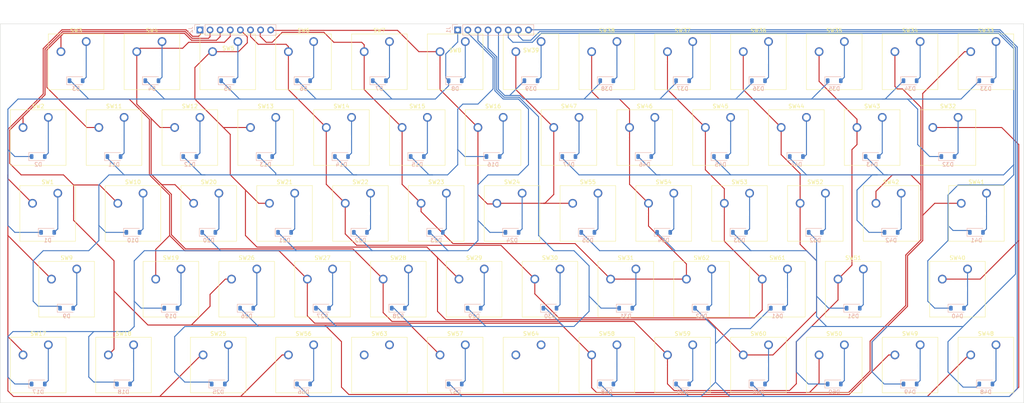
<source format=kicad_pcb>
(kicad_pcb (version 20221018) (generator pcbnew)

  (general
    (thickness 1.6)
  )

  (paper "A3")
  (layers
    (0 "F.Cu" signal)
    (31 "B.Cu" signal)
    (32 "B.Adhes" user "B.Adhesive")
    (33 "F.Adhes" user "F.Adhesive")
    (34 "B.Paste" user)
    (35 "F.Paste" user)
    (36 "B.SilkS" user "B.Silkscreen")
    (37 "F.SilkS" user "F.Silkscreen")
    (38 "B.Mask" user)
    (39 "F.Mask" user)
    (40 "Dwgs.User" user "User.Drawings")
    (41 "Cmts.User" user "User.Comments")
    (42 "Eco1.User" user "User.Eco1")
    (43 "Eco2.User" user "User.Eco2")
    (44 "Edge.Cuts" user)
    (45 "Margin" user)
    (46 "B.CrtYd" user "B.Courtyard")
    (47 "F.CrtYd" user "F.Courtyard")
    (48 "B.Fab" user)
    (49 "F.Fab" user)
    (50 "User.1" user)
    (51 "User.2" user)
    (52 "User.3" user)
    (53 "User.4" user)
    (54 "User.5" user)
    (55 "User.6" user)
    (56 "User.7" user)
    (57 "User.8" user)
    (58 "User.9" user)
  )

  (setup
    (pad_to_mask_clearance 0)
    (pcbplotparams
      (layerselection 0x00010fc_ffffffff)
      (plot_on_all_layers_selection 0x0000000_00000000)
      (disableapertmacros false)
      (usegerberextensions false)
      (usegerberattributes true)
      (usegerberadvancedattributes true)
      (creategerberjobfile true)
      (dashed_line_dash_ratio 12.000000)
      (dashed_line_gap_ratio 3.000000)
      (svgprecision 4)
      (plotframeref false)
      (viasonmask false)
      (mode 1)
      (useauxorigin false)
      (hpglpennumber 1)
      (hpglpenspeed 20)
      (hpglpendiameter 15.000000)
      (dxfpolygonmode true)
      (dxfimperialunits true)
      (dxfusepcbnewfont true)
      (psnegative false)
      (psa4output false)
      (plotreference true)
      (plotvalue true)
      (plotinvisibletext false)
      (sketchpadsonfab false)
      (subtractmaskfromsilk false)
      (outputformat 1)
      (mirror false)
      (drillshape 1)
      (scaleselection 1)
      (outputdirectory "")
    )
  )

  (net 0 "")
  (net 1 "Net-(D1-K)")
  (net 2 "Net-(D1-A)")
  (net 3 "Net-(D10-A)")
  (net 4 "Net-(D10-K)")
  (net 5 "Net-(D17-K)")
  (net 6 "Net-(D17-A)")
  (net 7 "Net-(D25-K)")
  (net 8 "Net-(D25-A)")
  (net 9 "Net-(D32-K)")
  (net 10 "Net-(D33-A)")
  (net 11 "Net-(D40-K)")
  (net 12 "Net-(D41-A)")
  (net 13 "Net-(D48-K)")
  (net 14 "Net-(D49-A)")
  (net 15 "Net-(D56-K)")
  (net 16 "Net-(D56-A)")
  (net 17 "Net-(J2-Pin_1)")
  (net 18 "Net-(J2-Pin_2)")
  (net 19 "Net-(J2-Pin_3)")
  (net 20 "Net-(J2-Pin_4)")
  (net 21 "Net-(J2-Pin_5)")
  (net 22 "Net-(J2-Pin_6)")
  (net 23 "Net-(J2-Pin_7)")
  (net 24 "Net-(J2-Pin_8)")
  (net 25 "unconnected-(SW63-Pad1)")
  (net 26 "unconnected-(SW63-Pad2)")
  (net 27 "unconnected-(SW64-Pad1)")
  (net 28 "unconnected-(SW64-Pad2)")
  (net 29 "Net-(D2-A)")
  (net 30 "Net-(D3-A)")
  (net 31 "Net-(D4-A)")
  (net 32 "Net-(D5-A)")
  (net 33 "Net-(D6-A)")
  (net 34 "Net-(D7-A)")
  (net 35 "Net-(D8-A)")
  (net 36 "Net-(D9-A)")
  (net 37 "Net-(D11-A)")
  (net 38 "Net-(D12-A)")
  (net 39 "Net-(D13-A)")
  (net 40 "Net-(D14-A)")
  (net 41 "Net-(D15-A)")
  (net 42 "Net-(D16-A)")
  (net 43 "Net-(D18-A)")
  (net 44 "Net-(D19-A)")
  (net 45 "Net-(D20-A)")
  (net 46 "Net-(D21-A)")
  (net 47 "Net-(D22-A)")
  (net 48 "Net-(D23-A)")
  (net 49 "Net-(D24-A)")
  (net 50 "Net-(D26-A)")
  (net 51 "Net-(D27-A)")
  (net 52 "Net-(D28-A)")
  (net 53 "Net-(D29-A)")
  (net 54 "Net-(D30-A)")
  (net 55 "Net-(D31-A)")
  (net 56 "Net-(D32-A)")
  (net 57 "Net-(D34-A)")
  (net 58 "Net-(D35-A)")
  (net 59 "Net-(D36-A)")
  (net 60 "Net-(D37-A)")
  (net 61 "Net-(D38-A)")
  (net 62 "Net-(D39-A)")
  (net 63 "Net-(D40-A)")
  (net 64 "Net-(D42-A)")
  (net 65 "Net-(D43-A)")
  (net 66 "Net-(D44-A)")
  (net 67 "Net-(D45-A)")
  (net 68 "Net-(D46-A)")
  (net 69 "Net-(D47-A)")
  (net 70 "Net-(D48-A)")
  (net 71 "Net-(D50-A)")
  (net 72 "Net-(D51-A)")
  (net 73 "Net-(D52-A)")
  (net 74 "Net-(D53-A)")
  (net 75 "Net-(D54-A)")
  (net 76 "Net-(D55-A)")
  (net 77 "Net-(D57-A)")
  (net 78 "Net-(D58-A)")
  (net 79 "Net-(D59-A)")
  (net 80 "Net-(D60-A)")
  (net 81 "Net-(D61-A)")
  (net 82 "Net-(D62-A)")

  (footprint "Button_Switch_Keyboard:SW_Cherry_MX_1.00u_PCB" (layer "F.Cu") (at 285.75 116.36375))

  (footprint "Button_Switch_Keyboard:SW_Cherry_MX_1.00u_PCB" (layer "F.Cu") (at 261.9375 154.46375))

  (footprint "Button_Switch_Keyboard:SW_Cherry_MX_1.00u_PCB" (layer "F.Cu") (at 114.3 116.36375))

  (footprint "Button_Switch_Keyboard:SW_Cherry_MX_1.00u_PCB" (layer "F.Cu") (at 252.4125 135.41375))

  (footprint "Button_Switch_Keyboard:SW_Cherry_MX_1.25u_PCB" (layer "F.Cu") (at 140.49375 173.51375))

  (footprint "Button_Switch_Keyboard:SW_Cherry_MX_1.00u_PCB" (layer "F.Cu") (at 276.225 173.51375))

  (footprint "Button_Switch_Keyboard:SW_Cherry_MX_1.00u_PCB" (layer "F.Cu") (at 257.175 97.31375))

  (footprint "Button_Switch_Keyboard:SW_Cherry_MX_1.00u_PCB" (layer "F.Cu") (at 214.3125 135.41375))

  (footprint "Button_Switch_Keyboard:SW_Cherry_MX_1.00u_PCB" (layer "F.Cu") (at 180.975 97.31375))

  (footprint "Button_Switch_Keyboard:SW_Cherry_MX_1.00u_PCB" (layer "F.Cu") (at 200.025 173.51375))

  (footprint "Button_Switch_Keyboard:SW_Cherry_MX_1.00u_PCB" (layer "F.Cu") (at 200.025 97.31375))

  (footprint "Button_Switch_Keyboard:SW_Cherry_MX_1.00u_PCB" (layer "F.Cu") (at 233.3625 135.41375))

  (footprint "Button_Switch_Keyboard:SW_Cherry_MX_1.00u_PCB" (layer "F.Cu") (at 304.8 116.36375))

  (footprint "Button_Switch_Keyboard:SW_Cherry_MX_1.00u_PCB" (layer "F.Cu") (at 95.25 116.36375))

  (footprint "Button_Switch_Keyboard:SW_Cherry_MX_1.00u_PCB" (layer "F.Cu") (at 295.275 97.31375))

  (footprint "Button_Switch_Keyboard:SW_Cherry_MX_1.00u_PCB" (layer "F.Cu") (at 147.6375 154.46375))

  (footprint "Button_Switch_Keyboard:SW_Cherry_MX_1.00u_PCB" (layer "F.Cu") (at 152.4 116.36375))

  (footprint "Button_Switch_Keyboard:SW_Cherry_MX_1.00u_PCB" (layer "F.Cu") (at 290.5125 135.41375))

  (footprint "Button_Switch_Keyboard:SW_Cherry_MX_1.00u_PCB" (layer "F.Cu") (at 119.0625 135.41375))

  (footprint "Button_Switch_Keyboard:SW_Cherry_MX_1.00u_PCB" (layer "F.Cu") (at 142.875 97.31375))

  (footprint "Button_Switch_Keyboard:SW_Cherry_MX_1.00u_PCB" (layer "F.Cu") (at 276.225 97.31375))

  (footprint "Button_Switch_Keyboard:SW_Cherry_MX_1.00u_PCB" (layer "F.Cu") (at 323.85 116.36375))

  (footprint "Button_Switch_Keyboard:SW_Cherry_MX_1.00u_PCB" (layer "F.Cu") (at 309.5625 135.41375))

  (footprint "Button_Switch_Keyboard:SW_Cherry_MX_1.00u_PCB" (layer "F.Cu") (at 185.7375 154.46375))

  (footprint "Button_Switch_Keyboard:SW_Cherry_MX_1.25u_PCB" (layer "F.Cu") (at 97.63125 135.41375))

  (footprint "Button_Switch_Keyboard:SW_Cherry_MX_1.00u_PCB" (layer "F.Cu") (at 219.075 173.51375))

  (footprint "Button_Switch_Keyboard:SW_Cherry_MX_1.00u_PCB" (layer "F.Cu") (at 280.9875 154.46375))

  (footprint "Button_Switch_Keyboard:SW_Cherry_MX_1.00u_PCB" (layer "F.Cu") (at 204.7875 154.46375))

  (footprint "Button_Switch_Keyboard:SW_Cherry_MX_1.00u_PCB" (layer "F.Cu") (at 300.0375 154.46375))

  (footprint "Button_Switch_Keyboard:SW_Cherry_MX_1.00u_PCB" (layer "F.Cu") (at 247.65 116.36375))

  (footprint "Button_Switch_Keyboard:SW_Cherry_MX_1.00u_PCB" (layer "F.Cu") (at 257.175 173.51375))

  (footprint "Button_Switch_Keyboard:SW_Cherry_MX_1.00u_PCB" (layer "F.Cu") (at 133.35 116.36375))

  (footprint "Button_Switch_Keyboard:SW_Cherry_MX_1.00u_PCB" (layer "F.Cu") (at 161.925 173.51375))

  (footprint "Button_Switch_Keyboard:SW_Cherry_MX_1.00u_PCB" (layer "F.Cu") (at 209.55 116.36375))

  (footprint "Button_Switch_Keyboard:SW_Cherry_MX_1.00u_PCB" (layer "F.Cu") (at 95.25 173.51375))

  (footprint "Button_Switch_Keyboard:SW_Cherry_MX_1.25u_PCB" (layer "F.Cu") (at 330.99375 135.41375))

  (footprint "Button_Switch_Keyboard:SW_Cherry_MX_1.00u_PCB" (layer "F.Cu") (at 128.5875 154.46375))

  (footprint "Button_Switch_Keyboard:SW_Cherry_MX_1.00u_PCB" (layer "F.Cu") (at 333.375 173.51375))

  (footprint "Button_Switch_Keyboard:SW_Cherry_MX_1.00u_PCB" (layer "F.Cu") (at 238.125 97.31375))

  (footprint "Button_Switch_Keyboard:SW_Cherry_MX_1.00u_PCB" (layer "F.Cu") (at 223.8375 154.46375))

  (footprint "Button_Switch_Keyboard:SW_Cherry_MX_1.00u_PCB" (layer "F.Cu") (at 219.075 97.31375))

  (footprint "Button_Switch_Keyboard:SW_Cherry_MX_1.00u_PCB" (layer "F.Cu")
    (tstamp a29d0987-fc1b-479e-89c1-4957eae3384f)
    (at 271.4625 135.41375)
    (descr "Cherry MX keyswitch, 1.00u, PCB mount, http://cherryamericas.com/wp-content/uploads/2014/12/mx_cat.pdf")
    (tags "Cherry MX keyswitch 1.00u PCB")
    (property "Sheetfile" "xantronix-z32.kicad_sch")
    (property "Sheetname" "")
    (property "ki_description" "Push button switch, generic, two pins")
    (property "ki_keywords" "switch normally-open pushbutton push-button")
    (path "/e818bc00-1e8f-44e3-b9f4-0bae43ab4fb8")
    (attr through_hole)
    (fp_text reference "SW53" (at -2.54 -2.794) (layer "F.SilkS")
        (effects (font (size 1 1) (thickness 0.15)))
      (tstamp cb3cf7f9-8c81-468e-8413-26def3be3526)
    )
    (fp_text value "SW_Push" (at -2.54 12.954) (layer "F.Fab")
        (effects (font (size 1 1) (thickness 0.15)))
      (tstamp 5182fbc3-0c7b-453c-aafd-532198d8e30e)
    )
    (fp_text user "${REFERENCE}" (at -2.54 -2.794) (layer "F.Fab")
        (effects (font (size 1 1) (thickness 0.15)))
      (tstamp 68a1dcc7-8161-4f6b-9b42-7c6638961b1c)
    )
    (fp_line (start -9.525 -1.905) (end 4.445 -1.905)
      (stroke (width 0.12) (type solid)) (layer "F.SilkS") (tstamp 08667e8a-8c72-429f-b2e6-5db12ca88ec3))
    (fp_line (start -9.525 12.065) (end -9.525 -1.905)
      (stroke (width 0.12) (type solid)) (layer "F.SilkS") (tstamp 0c747d89-b9cd-4ce8-9ab2-10088c866c2a))
    (fp_line (start 4.445 -1.905) (end 4.445 12.065)
      (stroke (width 0.12) (type solid)) (layer "F.SilkS") (tstamp f19d8e3e-1608-4cbf-9820-4000cc5e77a2))
    (fp_line (start 4.445 12.065) (end -9.525 12.065)
      (stroke (width 0.12) (type solid)) (layer "F.SilkS") (tstamp 4c4f0c93-87ab-4c00-841e-6a65574447aa))
    (fp_line (start -12.065 -4.445) (end 6.985 -4.445)
      (stroke (width 0.15) (type solid)) (layer "Dwgs.User") (tstamp e7e1ea46-d40c-432d-9e55-5a9b96b52741))
    (fp_line (start -12.065 14.605) (end -12.065 -4.445)
      (stroke (width 0.15) (type solid)) (layer "Dwgs.User") (tstamp 8db66b3b-fa37-4c8f-aaa0-111a725d8bc4))
    (fp_line (start 6.985 -4.445) (end 6.985 14.605)
      (stroke (width 0.15) (type solid)) (layer "Dwgs.User") (tstamp b1ad30f7-8a1d-476a-a2c5-5037a5d7450c))
    (fp_line (start 6.985 14.605) (end -12.065 14.605)
      (stroke (width 0.15) (type solid)) (layer "Dwgs.User") (tstamp 4924eca8-f13b-43e7-a3d0-2f8a8208b8df))
    (fp_line (start -9.14 -1.52) (end 4.06 -1.52)
      (stroke (width 0.05) (type solid)) (layer "F.CrtYd") (tstamp 4c571deb-
... [483084 chars truncated]
</source>
